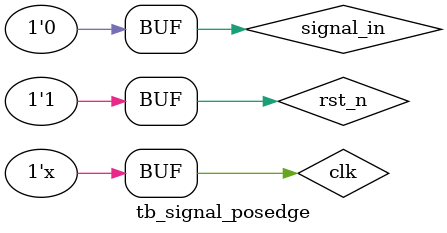
<source format=v>
`timescale 1ns / 1ps


module tb_signal_posedge();
reg clk         ;
reg rst_n       ;
reg signal_in   ;
initial begin
    clk <= 0;
    rst_n <= 0;
    signal_in <= 0;
    #10
    rst_n <= 1;
    #10
    signal_in <= 1;
    #150
    signal_in <= 0;
end

always #5 clk <= ~clk;

signal_posedge_detect signal_posedge_detect_inst (
    .clk        (clk      ),
    .rst_n      (rst_n    ),
    .signal_in  (signal_in)
);
endmodule

</source>
